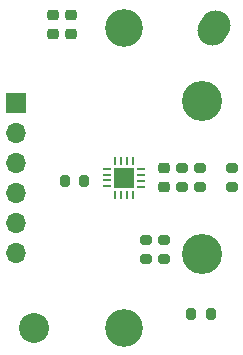
<source format=gbr>
%TF.GenerationSoftware,KiCad,Pcbnew,8.0.4-8.0.4-0~ubuntu22.04.1*%
%TF.CreationDate,2024-08-24T22:10:27-07:00*%
%TF.ProjectId,mag-encoder,6d61672d-656e-4636-9f64-65722e6b6963,0*%
%TF.SameCoordinates,Original*%
%TF.FileFunction,Soldermask,Bot*%
%TF.FilePolarity,Negative*%
%FSLAX46Y46*%
G04 Gerber Fmt 4.6, Leading zero omitted, Abs format (unit mm)*
G04 Created by KiCad (PCBNEW 8.0.4-8.0.4-0~ubuntu22.04.1) date 2024-08-24 22:10:27*
%MOMM*%
%LPD*%
G01*
G04 APERTURE LIST*
G04 Aperture macros list*
%AMRoundRect*
0 Rectangle with rounded corners*
0 $1 Rounding radius*
0 $2 $3 $4 $5 $6 $7 $8 $9 X,Y pos of 4 corners*
0 Add a 4 corners polygon primitive as box body*
4,1,4,$2,$3,$4,$5,$6,$7,$8,$9,$2,$3,0*
0 Add four circle primitives for the rounded corners*
1,1,$1+$1,$2,$3*
1,1,$1+$1,$4,$5*
1,1,$1+$1,$6,$7*
1,1,$1+$1,$8,$9*
0 Add four rect primitives between the rounded corners*
20,1,$1+$1,$2,$3,$4,$5,0*
20,1,$1+$1,$4,$5,$6,$7,0*
20,1,$1+$1,$6,$7,$8,$9,0*
20,1,$1+$1,$8,$9,$2,$3,0*%
%AMHorizOval*
0 Thick line with rounded ends*
0 $1 width*
0 $2 $3 position (X,Y) of the first rounded end (center of the circle)*
0 $4 $5 position (X,Y) of the second rounded end (center of the circle)*
0 Add line between two ends*
20,1,$1,$2,$3,$4,$5,0*
0 Add two circle primitives to create the rounded ends*
1,1,$1,$2,$3*
1,1,$1,$4,$5*%
G04 Aperture macros list end*
%ADD10HorizOval,2.540000X0.130820X0.217720X-0.130820X-0.217720X0*%
%ADD11C,3.200000*%
%ADD12C,2.540000*%
%ADD13C,3.400000*%
%ADD14R,1.700000X1.700000*%
%ADD15O,1.700000X1.700000*%
%ADD16RoundRect,0.200000X0.200000X0.275000X-0.200000X0.275000X-0.200000X-0.275000X0.200000X-0.275000X0*%
%ADD17RoundRect,0.225000X0.250000X-0.225000X0.250000X0.225000X-0.250000X0.225000X-0.250000X-0.225000X0*%
%ADD18RoundRect,0.225000X-0.250000X0.225000X-0.250000X-0.225000X0.250000X-0.225000X0.250000X0.225000X0*%
%ADD19RoundRect,0.200000X-0.275000X0.200000X-0.275000X-0.200000X0.275000X-0.200000X0.275000X0.200000X0*%
%ADD20RoundRect,0.062500X-0.287500X-0.062500X0.287500X-0.062500X0.287500X0.062500X-0.287500X0.062500X0*%
%ADD21RoundRect,0.062500X-0.062500X-0.287500X0.062500X-0.287500X0.062500X0.287500X-0.062500X0.287500X0*%
G04 APERTURE END LIST*
D10*
%TO.C,H2*%
X238175800Y-110871000D03*
%TD*%
D11*
%TO.C,H1*%
X230555800Y-110871000D03*
%TD*%
D12*
%TO.C,H3*%
X222935800Y-136271000D03*
%TD*%
D13*
%TO.C,J2*%
X237177800Y-130051000D03*
X237177800Y-117091000D03*
%TD*%
D14*
%TO.C,J1*%
X221411800Y-117221000D03*
D15*
X221411800Y-119761000D03*
X221411800Y-122301000D03*
X221411800Y-124841000D03*
X221411800Y-127381000D03*
X221411800Y-129921000D03*
%TD*%
D11*
%TO.C,H4*%
X230555800Y-136271000D03*
%TD*%
D16*
%TO.C,R4*%
X227189800Y-123825000D03*
X225539800Y-123825000D03*
%TD*%
D17*
%TO.C,C3*%
X233984800Y-124346000D03*
X233984800Y-122796000D03*
%TD*%
D18*
%TO.C,C2*%
X224536000Y-109842000D03*
X224536000Y-111392000D03*
%TD*%
D19*
%TO.C,R6*%
X232460800Y-128842000D03*
X232460800Y-130492000D03*
%TD*%
%TO.C,R1*%
X239699800Y-122746000D03*
X239699800Y-124396000D03*
%TD*%
%TO.C,R2*%
X237032800Y-122746000D03*
X237032800Y-124396000D03*
%TD*%
%TO.C,R3*%
X235508800Y-122746000D03*
X235508800Y-124396000D03*
%TD*%
D18*
%TO.C,C1*%
X226060000Y-109842000D03*
X226060000Y-111392000D03*
%TD*%
D20*
%TO.C,U3*%
X229105800Y-124309000D03*
X229105800Y-123809000D03*
X229105800Y-123309000D03*
X229105800Y-122809000D03*
D21*
X229805800Y-122121000D03*
X230305800Y-122121000D03*
X230805800Y-122121000D03*
X231305800Y-122121000D03*
D20*
X232005800Y-122821000D03*
X232005800Y-123321000D03*
X232005800Y-123821000D03*
X232005800Y-124321000D03*
D21*
X231305800Y-125021000D03*
X230805800Y-125021000D03*
X230305800Y-125021000D03*
X229805800Y-125021000D03*
D14*
X230555800Y-123571000D03*
%TD*%
D19*
%TO.C,R5*%
X233984800Y-128842000D03*
X233984800Y-130492000D03*
%TD*%
D16*
%TO.C,R7*%
X237934000Y-135128000D03*
X236284000Y-135128000D03*
%TD*%
M02*

</source>
